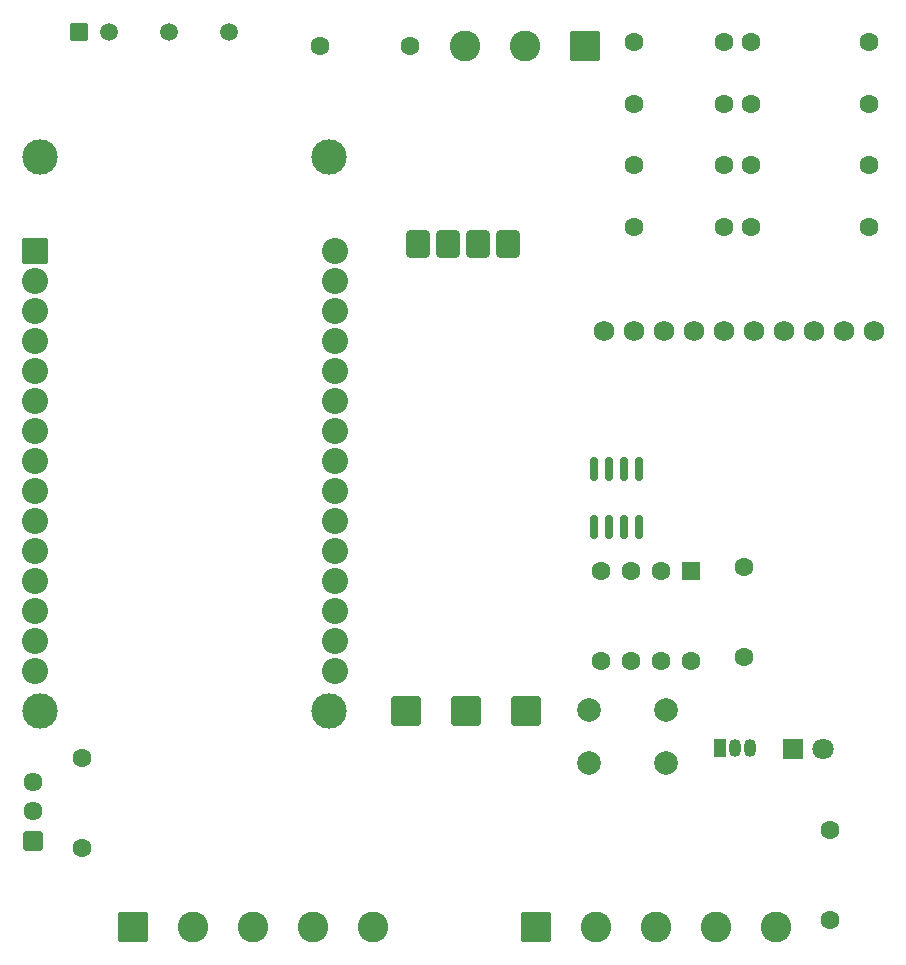
<source format=gbr>
%TF.GenerationSoftware,KiCad,Pcbnew,9.0.3*%
%TF.CreationDate,2026-01-26T07:39:13-05:00*%
%TF.ProjectId,SLAVE_TEMP,534c4156-455f-4544-954d-502e6b696361,rev?*%
%TF.SameCoordinates,Original*%
%TF.FileFunction,Soldermask,Top*%
%TF.FilePolarity,Negative*%
%FSLAX46Y46*%
G04 Gerber Fmt 4.6, Leading zero omitted, Abs format (unit mm)*
G04 Created by KiCad (PCBNEW 9.0.3) date 2026-01-26 07:39:13*
%MOMM*%
%LPD*%
G01*
G04 APERTURE LIST*
G04 Aperture macros list*
%AMRoundRect*
0 Rectangle with rounded corners*
0 $1 Rounding radius*
0 $2 $3 $4 $5 $6 $7 $8 $9 X,Y pos of 4 corners*
0 Add a 4 corners polygon primitive as box body*
4,1,4,$2,$3,$4,$5,$6,$7,$8,$9,$2,$3,0*
0 Add four circle primitives for the rounded corners*
1,1,$1+$1,$2,$3*
1,1,$1+$1,$4,$5*
1,1,$1+$1,$6,$7*
1,1,$1+$1,$8,$9*
0 Add four rect primitives between the rounded corners*
20,1,$1+$1,$2,$3,$4,$5,0*
20,1,$1+$1,$4,$5,$6,$7,0*
20,1,$1+$1,$6,$7,$8,$9,0*
20,1,$1+$1,$8,$9,$2,$3,0*%
G04 Aperture macros list end*
%ADD10C,1.728000*%
%ADD11R,1.050000X1.500000*%
%ADD12O,1.050000X1.500000*%
%ADD13C,1.600000*%
%ADD14RoundRect,0.150000X0.150000X-0.825000X0.150000X0.825000X-0.150000X0.825000X-0.150000X-0.825000X0*%
%ADD15RoundRect,0.102000X-0.644000X-0.644000X0.644000X-0.644000X0.644000X0.644000X-0.644000X0.644000X0*%
%ADD16C,1.492000*%
%ADD17RoundRect,0.250000X-0.750000X0.900000X-0.750000X-0.900000X0.750000X-0.900000X0.750000X0.900000X0*%
%ADD18RoundRect,0.250000X-1.020000X1.020000X-1.020000X-1.020000X1.020000X-1.020000X1.020000X1.020000X0*%
%ADD19R,1.800000X1.800000*%
%ADD20C,1.800000*%
%ADD21C,2.000000*%
%ADD22RoundRect,0.250000X-1.050000X-1.050000X1.050000X-1.050000X1.050000X1.050000X-1.050000X1.050000X0*%
%ADD23C,2.600000*%
%ADD24RoundRect,0.250000X1.050000X1.050000X-1.050000X1.050000X-1.050000X-1.050000X1.050000X-1.050000X0*%
%ADD25RoundRect,0.250000X-0.550000X0.550000X-0.550000X-0.550000X0.550000X-0.550000X0.550000X0.550000X0*%
%ADD26C,3.000000*%
%ADD27RoundRect,0.102000X-1.000000X-1.000000X1.000000X-1.000000X1.000000X1.000000X-1.000000X1.000000X0*%
%ADD28C,2.204000*%
%ADD29RoundRect,0.102000X0.704000X-0.704000X0.704000X0.704000X-0.704000X0.704000X-0.704000X-0.704000X0*%
%ADD30C,1.612000*%
G04 APERTURE END LIST*
D10*
%TO.C,U4*%
X141130000Y-77200000D03*
X143670000Y-77200000D03*
X133510000Y-77200000D03*
X146210000Y-77200000D03*
X148750000Y-77200000D03*
X151290000Y-77200000D03*
X153830000Y-77200000D03*
X130970000Y-77200000D03*
X138590000Y-77200000D03*
X136050000Y-77200000D03*
%TD*%
D11*
%TO.C,Q1*%
X140760000Y-112510000D03*
D12*
X142030000Y-112510000D03*
X143300000Y-112510000D03*
%TD*%
D13*
%TO.C,C1*%
X153400000Y-63200000D03*
X143400000Y-63200000D03*
%TD*%
D14*
%TO.C,U1*%
X130095000Y-93875000D03*
X131365000Y-93875000D03*
X132635000Y-93875000D03*
X133905000Y-93875000D03*
X133905000Y-88925000D03*
X132635000Y-88925000D03*
X131365000Y-88925000D03*
X130095000Y-88925000D03*
%TD*%
D13*
%TO.C,R3*%
X133480000Y-68400000D03*
X141100000Y-68400000D03*
%TD*%
D15*
%TO.C,PS1*%
X86500000Y-51927000D03*
D16*
X89040000Y-51927000D03*
X94120000Y-51927000D03*
X99200000Y-51927000D03*
%TD*%
D13*
%TO.C,R1*%
X86800000Y-113390000D03*
X86800000Y-121010000D03*
%TD*%
D17*
%TO.C,U10*%
X122850000Y-69850000D03*
X120310000Y-69850000D03*
X117770000Y-69850000D03*
X115230000Y-69850000D03*
D18*
X124350000Y-109450000D03*
X119270000Y-109450000D03*
X114190000Y-109450000D03*
%TD*%
D13*
%TO.C,Rref1*%
X106940000Y-53127500D03*
X114560000Y-53127500D03*
%TD*%
D19*
%TO.C,D7*%
X146960000Y-112600000D03*
D20*
X149500000Y-112600000D03*
%TD*%
D13*
%TO.C,R52*%
X142800000Y-104800000D03*
X142800000Y-97180000D03*
%TD*%
%TO.C,R51*%
X150100000Y-127110000D03*
X150100000Y-119490000D03*
%TD*%
%TO.C,R8*%
X133480000Y-58000000D03*
X141100000Y-58000000D03*
%TD*%
%TO.C,C4*%
X153400000Y-52800000D03*
X143400000Y-52800000D03*
%TD*%
%TO.C,C3*%
X153400000Y-68400000D03*
X143400000Y-68400000D03*
%TD*%
D21*
%TO.C,SW2*%
X129700000Y-109350000D03*
X136200000Y-109350000D03*
X129700000Y-113850000D03*
X136200000Y-113850000D03*
%TD*%
D22*
%TO.C,MODBUS_OUT*%
X91090000Y-127672500D03*
D23*
X96170000Y-127672500D03*
X101250000Y-127672500D03*
X106330000Y-127672500D03*
X111410000Y-127672500D03*
%TD*%
D13*
%TO.C,R9*%
X133480000Y-52800000D03*
X141100000Y-52800000D03*
%TD*%
%TO.C,C2*%
X153400000Y-58000000D03*
X143400000Y-58000000D03*
%TD*%
D24*
%TO.C,PTC_IN*%
X129335000Y-53127500D03*
D23*
X124255000Y-53127500D03*
X119175000Y-53127500D03*
%TD*%
D25*
%TO.C,SW1*%
X138297500Y-97532500D03*
D13*
X135757500Y-97532500D03*
X133217500Y-97532500D03*
X130677500Y-97532500D03*
X130677500Y-105152500D03*
X133217500Y-105152500D03*
X135757500Y-105152500D03*
X138297500Y-105152500D03*
%TD*%
D26*
%TO.C,U3*%
X83170000Y-62475000D03*
X83170000Y-109425000D03*
X107680000Y-62475000D03*
X107680000Y-109425000D03*
D27*
X82750000Y-70435000D03*
D28*
X82750000Y-72975000D03*
X82750000Y-75515000D03*
X82750000Y-78055000D03*
X82750000Y-80595000D03*
X82750000Y-83135000D03*
X82750000Y-85675000D03*
X82750000Y-88215000D03*
X82750000Y-90755000D03*
X82750000Y-93295000D03*
X82750000Y-95835000D03*
X82750000Y-98375000D03*
X82750000Y-100915000D03*
X82750000Y-103455000D03*
X82750000Y-105995000D03*
X108150000Y-105995000D03*
X108150000Y-103455000D03*
X108150000Y-100915000D03*
X108150000Y-98375000D03*
X108150000Y-95835000D03*
X108150000Y-93295000D03*
X108150000Y-90755000D03*
X108150000Y-88215000D03*
X108150000Y-85675000D03*
X108150000Y-83135000D03*
X108150000Y-80595000D03*
X108150000Y-78055000D03*
X108150000Y-75515000D03*
X108150000Y-72975000D03*
X108150000Y-70435000D03*
%TD*%
D22*
%TO.C,MODBUS_IN*%
X125220000Y-127672500D03*
D23*
X130300000Y-127672500D03*
X135380000Y-127672500D03*
X140460000Y-127672500D03*
X145540000Y-127672500D03*
%TD*%
D13*
%TO.C,R7*%
X133480000Y-63200000D03*
X141100000Y-63200000D03*
%TD*%
D29*
%TO.C,S1*%
X82600000Y-120400000D03*
D30*
X82600000Y-117900000D03*
X82600000Y-115400000D03*
%TD*%
M02*

</source>
